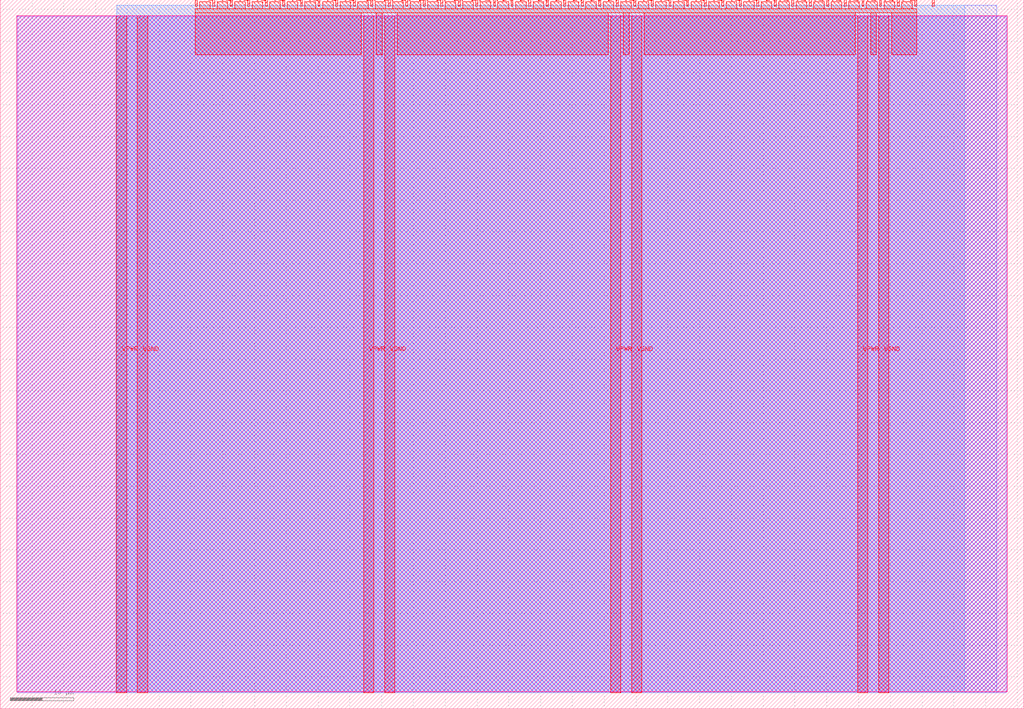
<source format=lef>
VERSION 5.7 ;
  NOWIREEXTENSIONATPIN ON ;
  DIVIDERCHAR "/" ;
  BUSBITCHARS "[]" ;
MACRO tt_um_TT06_pwm
  CLASS BLOCK ;
  FOREIGN tt_um_TT06_pwm ;
  ORIGIN 0.000 0.000 ;
  SIZE 161.000 BY 111.520 ;
  PIN VGND
    DIRECTION INOUT ;
    USE GROUND ;
    PORT
      LAYER met4 ;
        RECT 21.580 2.480 23.180 109.040 ;
    END
    PORT
      LAYER met4 ;
        RECT 60.450 2.480 62.050 109.040 ;
    END
    PORT
      LAYER met4 ;
        RECT 99.320 2.480 100.920 109.040 ;
    END
    PORT
      LAYER met4 ;
        RECT 138.190 2.480 139.790 109.040 ;
    END
  END VGND
  PIN VPWR
    DIRECTION INOUT ;
    USE POWER ;
    PORT
      LAYER met4 ;
        RECT 18.280 2.480 19.880 109.040 ;
    END
    PORT
      LAYER met4 ;
        RECT 57.150 2.480 58.750 109.040 ;
    END
    PORT
      LAYER met4 ;
        RECT 96.020 2.480 97.620 109.040 ;
    END
    PORT
      LAYER met4 ;
        RECT 134.890 2.480 136.490 109.040 ;
    END
  END VPWR
  PIN clk
    DIRECTION INPUT ;
    USE SIGNAL ;
    ANTENNAGATEAREA 0.852000 ;
    PORT
      LAYER met4 ;
        RECT 143.830 110.520 144.130 111.520 ;
    END
  END clk
  PIN ena
    DIRECTION INPUT ;
    USE SIGNAL ;
    PORT
      LAYER met4 ;
        RECT 146.590 110.520 146.890 111.520 ;
    END
  END ena
  PIN rst_n
    DIRECTION INPUT ;
    USE SIGNAL ;
    ANTENNAGATEAREA 0.247500 ;
    PORT
      LAYER met4 ;
        RECT 141.070 110.520 141.370 111.520 ;
    END
  END rst_n
  PIN ui_in[0]
    DIRECTION INPUT ;
    USE SIGNAL ;
    ANTENNAGATEAREA 0.213000 ;
    PORT
      LAYER met4 ;
        RECT 138.310 110.520 138.610 111.520 ;
    END
  END ui_in[0]
  PIN ui_in[1]
    DIRECTION INPUT ;
    USE SIGNAL ;
    ANTENNAGATEAREA 0.213000 ;
    PORT
      LAYER met4 ;
        RECT 135.550 110.520 135.850 111.520 ;
    END
  END ui_in[1]
  PIN ui_in[2]
    DIRECTION INPUT ;
    USE SIGNAL ;
    ANTENNAGATEAREA 0.213000 ;
    PORT
      LAYER met4 ;
        RECT 132.790 110.520 133.090 111.520 ;
    END
  END ui_in[2]
  PIN ui_in[3]
    DIRECTION INPUT ;
    USE SIGNAL ;
    ANTENNAGATEAREA 0.742500 ;
    PORT
      LAYER met4 ;
        RECT 130.030 110.520 130.330 111.520 ;
    END
  END ui_in[3]
  PIN ui_in[4]
    DIRECTION INPUT ;
    USE SIGNAL ;
    ANTENNAGATEAREA 0.495000 ;
    PORT
      LAYER met4 ;
        RECT 127.270 110.520 127.570 111.520 ;
    END
  END ui_in[4]
  PIN ui_in[5]
    DIRECTION INPUT ;
    USE SIGNAL ;
    ANTENNAGATEAREA 0.213000 ;
    PORT
      LAYER met4 ;
        RECT 124.510 110.520 124.810 111.520 ;
    END
  END ui_in[5]
  PIN ui_in[6]
    DIRECTION INPUT ;
    USE SIGNAL ;
    ANTENNAGATEAREA 0.196500 ;
    PORT
      LAYER met4 ;
        RECT 121.750 110.520 122.050 111.520 ;
    END
  END ui_in[6]
  PIN ui_in[7]
    DIRECTION INPUT ;
    USE SIGNAL ;
    PORT
      LAYER met4 ;
        RECT 118.990 110.520 119.290 111.520 ;
    END
  END ui_in[7]
  PIN uio_in[0]
    DIRECTION INPUT ;
    USE SIGNAL ;
    PORT
      LAYER met4 ;
        RECT 116.230 110.520 116.530 111.520 ;
    END
  END uio_in[0]
  PIN uio_in[1]
    DIRECTION INPUT ;
    USE SIGNAL ;
    PORT
      LAYER met4 ;
        RECT 113.470 110.520 113.770 111.520 ;
    END
  END uio_in[1]
  PIN uio_in[2]
    DIRECTION INPUT ;
    USE SIGNAL ;
    PORT
      LAYER met4 ;
        RECT 110.710 110.520 111.010 111.520 ;
    END
  END uio_in[2]
  PIN uio_in[3]
    DIRECTION INPUT ;
    USE SIGNAL ;
    PORT
      LAYER met4 ;
        RECT 107.950 110.520 108.250 111.520 ;
    END
  END uio_in[3]
  PIN uio_in[4]
    DIRECTION INPUT ;
    USE SIGNAL ;
    PORT
      LAYER met4 ;
        RECT 105.190 110.520 105.490 111.520 ;
    END
  END uio_in[4]
  PIN uio_in[5]
    DIRECTION INPUT ;
    USE SIGNAL ;
    PORT
      LAYER met4 ;
        RECT 102.430 110.520 102.730 111.520 ;
    END
  END uio_in[5]
  PIN uio_in[6]
    DIRECTION INPUT ;
    USE SIGNAL ;
    PORT
      LAYER met4 ;
        RECT 99.670 110.520 99.970 111.520 ;
    END
  END uio_in[6]
  PIN uio_in[7]
    DIRECTION INPUT ;
    USE SIGNAL ;
    PORT
      LAYER met4 ;
        RECT 96.910 110.520 97.210 111.520 ;
    END
  END uio_in[7]
  PIN uio_oe[0]
    DIRECTION OUTPUT ;
    USE SIGNAL ;
    PORT
      LAYER met4 ;
        RECT 49.990 110.520 50.290 111.520 ;
    END
  END uio_oe[0]
  PIN uio_oe[1]
    DIRECTION OUTPUT ;
    USE SIGNAL ;
    PORT
      LAYER met4 ;
        RECT 47.230 110.520 47.530 111.520 ;
    END
  END uio_oe[1]
  PIN uio_oe[2]
    DIRECTION OUTPUT ;
    USE SIGNAL ;
    PORT
      LAYER met4 ;
        RECT 44.470 110.520 44.770 111.520 ;
    END
  END uio_oe[2]
  PIN uio_oe[3]
    DIRECTION OUTPUT ;
    USE SIGNAL ;
    PORT
      LAYER met4 ;
        RECT 41.710 110.520 42.010 111.520 ;
    END
  END uio_oe[3]
  PIN uio_oe[4]
    DIRECTION OUTPUT ;
    USE SIGNAL ;
    PORT
      LAYER met4 ;
        RECT 38.950 110.520 39.250 111.520 ;
    END
  END uio_oe[4]
  PIN uio_oe[5]
    DIRECTION OUTPUT ;
    USE SIGNAL ;
    PORT
      LAYER met4 ;
        RECT 36.190 110.520 36.490 111.520 ;
    END
  END uio_oe[5]
  PIN uio_oe[6]
    DIRECTION OUTPUT ;
    USE SIGNAL ;
    PORT
      LAYER met4 ;
        RECT 33.430 110.520 33.730 111.520 ;
    END
  END uio_oe[6]
  PIN uio_oe[7]
    DIRECTION OUTPUT ;
    USE SIGNAL ;
    PORT
      LAYER met4 ;
        RECT 30.670 110.520 30.970 111.520 ;
    END
  END uio_oe[7]
  PIN uio_out[0]
    DIRECTION OUTPUT ;
    USE SIGNAL ;
    PORT
      LAYER met4 ;
        RECT 72.070 110.520 72.370 111.520 ;
    END
  END uio_out[0]
  PIN uio_out[1]
    DIRECTION OUTPUT ;
    USE SIGNAL ;
    PORT
      LAYER met4 ;
        RECT 69.310 110.520 69.610 111.520 ;
    END
  END uio_out[1]
  PIN uio_out[2]
    DIRECTION OUTPUT ;
    USE SIGNAL ;
    PORT
      LAYER met4 ;
        RECT 66.550 110.520 66.850 111.520 ;
    END
  END uio_out[2]
  PIN uio_out[3]
    DIRECTION OUTPUT ;
    USE SIGNAL ;
    PORT
      LAYER met4 ;
        RECT 63.790 110.520 64.090 111.520 ;
    END
  END uio_out[3]
  PIN uio_out[4]
    DIRECTION OUTPUT ;
    USE SIGNAL ;
    PORT
      LAYER met4 ;
        RECT 61.030 110.520 61.330 111.520 ;
    END
  END uio_out[4]
  PIN uio_out[5]
    DIRECTION OUTPUT ;
    USE SIGNAL ;
    PORT
      LAYER met4 ;
        RECT 58.270 110.520 58.570 111.520 ;
    END
  END uio_out[5]
  PIN uio_out[6]
    DIRECTION OUTPUT ;
    USE SIGNAL ;
    PORT
      LAYER met4 ;
        RECT 55.510 110.520 55.810 111.520 ;
    END
  END uio_out[6]
  PIN uio_out[7]
    DIRECTION OUTPUT ;
    USE SIGNAL ;
    PORT
      LAYER met4 ;
        RECT 52.750 110.520 53.050 111.520 ;
    END
  END uio_out[7]
  PIN uo_out[0]
    DIRECTION OUTPUT ;
    USE SIGNAL ;
    ANTENNADIFFAREA 0.445500 ;
    PORT
      LAYER met4 ;
        RECT 94.150 110.520 94.450 111.520 ;
    END
  END uo_out[0]
  PIN uo_out[1]
    DIRECTION OUTPUT ;
    USE SIGNAL ;
    ANTENNADIFFAREA 0.445500 ;
    PORT
      LAYER met4 ;
        RECT 91.390 110.520 91.690 111.520 ;
    END
  END uo_out[1]
  PIN uo_out[2]
    DIRECTION OUTPUT ;
    USE SIGNAL ;
    PORT
      LAYER met4 ;
        RECT 88.630 110.520 88.930 111.520 ;
    END
  END uo_out[2]
  PIN uo_out[3]
    DIRECTION OUTPUT ;
    USE SIGNAL ;
    PORT
      LAYER met4 ;
        RECT 85.870 110.520 86.170 111.520 ;
    END
  END uo_out[3]
  PIN uo_out[4]
    DIRECTION OUTPUT ;
    USE SIGNAL ;
    PORT
      LAYER met4 ;
        RECT 83.110 110.520 83.410 111.520 ;
    END
  END uo_out[4]
  PIN uo_out[5]
    DIRECTION OUTPUT ;
    USE SIGNAL ;
    PORT
      LAYER met4 ;
        RECT 80.350 110.520 80.650 111.520 ;
    END
  END uo_out[5]
  PIN uo_out[6]
    DIRECTION OUTPUT ;
    USE SIGNAL ;
    PORT
      LAYER met4 ;
        RECT 77.590 110.520 77.890 111.520 ;
    END
  END uo_out[6]
  PIN uo_out[7]
    DIRECTION OUTPUT ;
    USE SIGNAL ;
    PORT
      LAYER met4 ;
        RECT 74.830 110.520 75.130 111.520 ;
    END
  END uo_out[7]
  OBS
      LAYER nwell ;
        RECT 2.570 2.635 158.430 108.990 ;
      LAYER li1 ;
        RECT 2.760 2.635 158.240 108.885 ;
      LAYER met1 ;
        RECT 2.760 2.480 158.240 109.040 ;
      LAYER met2 ;
        RECT 18.310 2.535 156.760 110.685 ;
      LAYER met3 ;
        RECT 18.290 2.555 151.735 110.665 ;
      LAYER met4 ;
        RECT 31.370 110.120 33.030 111.170 ;
        RECT 34.130 110.120 35.790 111.170 ;
        RECT 36.890 110.120 38.550 111.170 ;
        RECT 39.650 110.120 41.310 111.170 ;
        RECT 42.410 110.120 44.070 111.170 ;
        RECT 45.170 110.120 46.830 111.170 ;
        RECT 47.930 110.120 49.590 111.170 ;
        RECT 50.690 110.120 52.350 111.170 ;
        RECT 53.450 110.120 55.110 111.170 ;
        RECT 56.210 110.120 57.870 111.170 ;
        RECT 58.970 110.120 60.630 111.170 ;
        RECT 61.730 110.120 63.390 111.170 ;
        RECT 64.490 110.120 66.150 111.170 ;
        RECT 67.250 110.120 68.910 111.170 ;
        RECT 70.010 110.120 71.670 111.170 ;
        RECT 72.770 110.120 74.430 111.170 ;
        RECT 75.530 110.120 77.190 111.170 ;
        RECT 78.290 110.120 79.950 111.170 ;
        RECT 81.050 110.120 82.710 111.170 ;
        RECT 83.810 110.120 85.470 111.170 ;
        RECT 86.570 110.120 88.230 111.170 ;
        RECT 89.330 110.120 90.990 111.170 ;
        RECT 92.090 110.120 93.750 111.170 ;
        RECT 94.850 110.120 96.510 111.170 ;
        RECT 97.610 110.120 99.270 111.170 ;
        RECT 100.370 110.120 102.030 111.170 ;
        RECT 103.130 110.120 104.790 111.170 ;
        RECT 105.890 110.120 107.550 111.170 ;
        RECT 108.650 110.120 110.310 111.170 ;
        RECT 111.410 110.120 113.070 111.170 ;
        RECT 114.170 110.120 115.830 111.170 ;
        RECT 116.930 110.120 118.590 111.170 ;
        RECT 119.690 110.120 121.350 111.170 ;
        RECT 122.450 110.120 124.110 111.170 ;
        RECT 125.210 110.120 126.870 111.170 ;
        RECT 127.970 110.120 129.630 111.170 ;
        RECT 130.730 110.120 132.390 111.170 ;
        RECT 133.490 110.120 135.150 111.170 ;
        RECT 136.250 110.120 137.910 111.170 ;
        RECT 139.010 110.120 140.670 111.170 ;
        RECT 141.770 110.120 143.430 111.170 ;
        RECT 30.655 109.440 144.145 110.120 ;
        RECT 30.655 102.855 56.750 109.440 ;
        RECT 59.150 102.855 60.050 109.440 ;
        RECT 62.450 102.855 95.620 109.440 ;
        RECT 98.020 102.855 98.920 109.440 ;
        RECT 101.320 102.855 134.490 109.440 ;
        RECT 136.890 102.855 137.790 109.440 ;
        RECT 140.190 102.855 144.145 109.440 ;
  END
END tt_um_TT06_pwm
END LIBRARY


</source>
